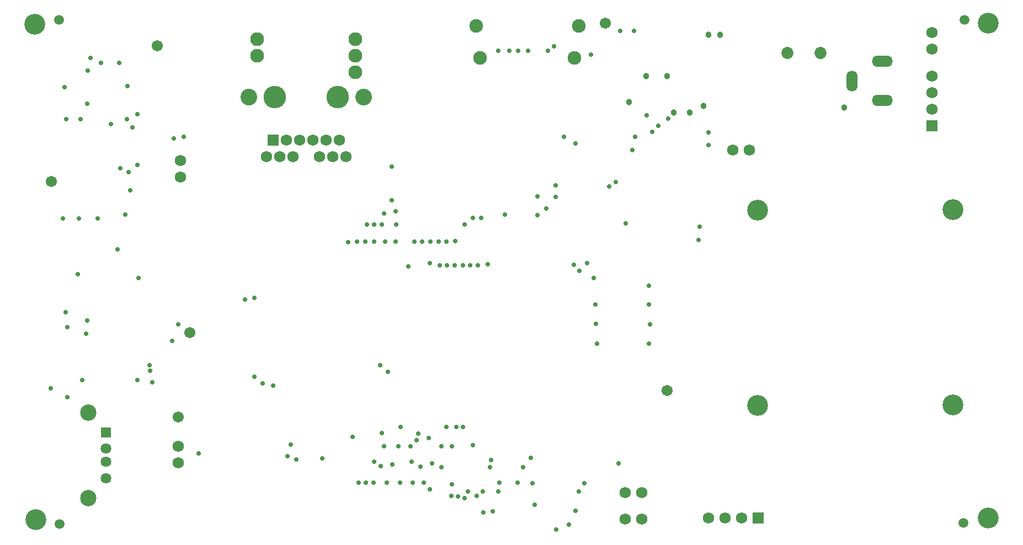
<source format=gbs>
G04*
G04 #@! TF.GenerationSoftware,Altium Limited,Altium Designer,24.2.2 (26)*
G04*
G04 Layer_Color=16711935*
%FSLAX44Y44*%
%MOMM*%
G71*
G04*
G04 #@! TF.SameCoordinates,645CA30E-D4FA-4833-928D-5676ED25105E*
G04*
G04*
G04 #@! TF.FilePolarity,Negative*
G04*
G01*
G75*
%ADD49O,3.2192X1.7112*%
%ADD50O,1.7112X3.2192*%
%ADD51C,1.7272*%
%ADD52R,1.7272X1.7272*%
%ADD53C,3.4544*%
%ADD54C,2.1082*%
%ADD55C,2.5654*%
%ADD56C,2.0950*%
%ADD57C,1.7032*%
%ADD58C,1.8532*%
%ADD59C,1.6312*%
%ADD60R,1.7272X1.7272*%
%ADD61C,2.5032*%
%ADD62R,1.6312X1.6312*%
%ADD63C,0.7112*%
%ADD64C,3.2032*%
%ADD65C,0.9652*%
%ADD66C,1.5000*%
%ADD67C,3.2032*%
D49*
X1323340Y666440D02*
D03*
Y726440D02*
D03*
D50*
X1276340Y696440D02*
D03*
D51*
X1056640Y25400D02*
D03*
X1082040D02*
D03*
X1107440D02*
D03*
X928370Y64770D02*
D03*
X953770D02*
D03*
X928370Y24130D02*
D03*
X953770D02*
D03*
X489966Y605790D02*
D03*
X500126Y580390D02*
D03*
X378206D02*
D03*
X418846D02*
D03*
X398526D02*
D03*
X429006Y605790D02*
D03*
X408686D02*
D03*
X469646D02*
D03*
X449326D02*
D03*
X479806Y580390D02*
D03*
X459486D02*
D03*
X242570Y110490D02*
D03*
Y135890D02*
D03*
X1399540Y652780D02*
D03*
Y678180D02*
D03*
Y703580D02*
D03*
Y770890D02*
D03*
Y745490D02*
D03*
X1093470Y590550D02*
D03*
X1118870D02*
D03*
X246380Y574040D02*
D03*
Y548640D02*
D03*
D52*
X1132840Y25400D02*
D03*
X388366Y605790D02*
D03*
D53*
X390906Y671830D02*
D03*
X487426D02*
D03*
D54*
X363982Y735330D02*
D03*
Y760730D02*
D03*
X514350Y709930D02*
D03*
Y735330D02*
D03*
Y760730D02*
D03*
D55*
X351282Y671830D02*
D03*
X527050D02*
D03*
D56*
X851250Y731550D02*
D03*
X706250D02*
D03*
X857250Y781050D02*
D03*
X700250D02*
D03*
D57*
X897890Y784860D02*
D03*
X993140Y220980D02*
D03*
X242570Y180340D02*
D03*
X48260Y542290D02*
D03*
X210820Y750570D02*
D03*
X260350Y309880D02*
D03*
D58*
X1228090Y739140D02*
D03*
X1177290D02*
D03*
D59*
X132410Y111920D02*
D03*
Y131920D02*
D03*
Y86920D02*
D03*
D60*
X1399540Y627380D02*
D03*
D61*
X105310Y56220D02*
D03*
Y187620D02*
D03*
D62*
X132410Y156920D02*
D03*
D63*
X866140Y78740D02*
D03*
X842010Y15240D02*
D03*
X711200Y34290D02*
D03*
X107950Y731520D02*
D03*
X203200Y233680D02*
D03*
X552450Y260350D02*
D03*
X372110Y232410D02*
D03*
X654050Y165100D02*
D03*
X849630Y414020D02*
D03*
X786130Y78740D02*
D03*
X783590Y118110D02*
D03*
X614680Y104140D02*
D03*
X662940Y77470D02*
D03*
X619760Y80010D02*
D03*
X694690Y486410D02*
D03*
X707390D02*
D03*
X681990Y476250D02*
D03*
X668020Y450850D02*
D03*
X882650Y353060D02*
D03*
X543560Y111760D02*
D03*
X822960Y7620D02*
D03*
X979170Y627380D02*
D03*
X970280Y618490D02*
D03*
X669290Y165100D02*
D03*
X679450D02*
D03*
X627380Y148590D02*
D03*
X611356Y155426D02*
D03*
X632460Y109220D02*
D03*
X646430Y103632D02*
D03*
X600710Y111760D02*
D03*
X608330Y144780D02*
D03*
X694690Y137160D02*
D03*
X858520Y405130D02*
D03*
X883920Y323850D02*
D03*
X725170Y35560D02*
D03*
X852170Y36830D02*
D03*
X605207Y449941D02*
D03*
X857250Y66040D02*
D03*
X734060D02*
D03*
X763270Y80010D02*
D03*
X735330D02*
D03*
X880110Y393700D02*
D03*
X503942Y448997D02*
D03*
X576580Y449580D02*
D03*
X516890D02*
D03*
X529590D02*
D03*
X543560D02*
D03*
X560070D02*
D03*
X595630Y411480D02*
D03*
X628650Y416560D02*
D03*
X554990Y156210D02*
D03*
X510540Y149860D02*
D03*
X519430Y80010D02*
D03*
X388620Y228600D02*
D03*
X885190Y293370D02*
D03*
X717550Y415290D02*
D03*
X543560Y476250D02*
D03*
X628650Y69850D02*
D03*
X558800Y492760D02*
D03*
X577342Y476250D02*
D03*
X701040Y59690D02*
D03*
X709930Y66040D02*
D03*
X687070D02*
D03*
X681990Y55880D02*
D03*
X671830Y58420D02*
D03*
X661670Y59690D02*
D03*
X571500Y107950D02*
D03*
X580390Y135890D02*
D03*
X558800D02*
D03*
X722630Y114808D02*
D03*
X603038Y80222D02*
D03*
X584200Y165100D02*
D03*
X1056640Y598170D02*
D03*
X852170Y600710D02*
D03*
X744220Y491490D02*
D03*
X807720Y500380D02*
D03*
X233680Y297180D02*
D03*
X1041400Y452120D02*
D03*
X1042670Y472440D02*
D03*
X180340Y645160D02*
D03*
X939800Y590550D02*
D03*
X242570Y322580D02*
D03*
X274320Y124460D02*
D03*
X961390Y643890D02*
D03*
X345440Y360680D02*
D03*
X180340Y567690D02*
D03*
X410210Y120650D02*
D03*
X236220Y608330D02*
D03*
X965200Y382270D02*
D03*
Y353060D02*
D03*
X966470Y322580D02*
D03*
X965200Y293370D02*
D03*
X617220Y449580D02*
D03*
X629920D02*
D03*
X642620D02*
D03*
X654050D02*
D03*
X690880Y413004D02*
D03*
X702310D02*
D03*
X643890D02*
D03*
X655189D02*
D03*
X679450D02*
D03*
X666750D02*
D03*
X929640Y477520D02*
D03*
X904240Y534670D02*
D03*
X869950Y416560D02*
D03*
X576580Y496570D02*
D03*
X918210Y109220D02*
D03*
X721360Y103632D02*
D03*
X772160D02*
D03*
X793750Y519430D02*
D03*
Y490220D02*
D03*
X564642Y250190D02*
D03*
X570230Y513080D02*
D03*
X764540Y742950D02*
D03*
X168910Y528320D02*
D03*
X172720Y624840D02*
D03*
X163830Y637540D02*
D03*
X920750Y773430D02*
D03*
X942340D02*
D03*
X570230Y565150D02*
D03*
X819150Y749300D02*
D03*
X530860Y80010D02*
D03*
X582930D02*
D03*
X251460Y610870D02*
D03*
X166370Y556260D02*
D03*
X153670Y562610D02*
D03*
X553720Y105410D02*
D03*
X463550Y116840D02*
D03*
X424180Y115570D02*
D03*
X415290Y138430D02*
D03*
X810260Y742950D02*
D03*
X750570D02*
D03*
X779780D02*
D03*
X599440Y135890D02*
D03*
X102870Y661670D02*
D03*
X1056640Y617220D02*
D03*
X994410Y638810D02*
D03*
X914400Y541020D02*
D03*
X943610Y610870D02*
D03*
X876300Y736600D02*
D03*
X66040Y485140D02*
D03*
X68580Y687070D02*
D03*
X71120Y637540D02*
D03*
X88900Y400050D02*
D03*
X90170Y485140D02*
D03*
X92710Y637540D02*
D03*
X104140Y712470D02*
D03*
X119380Y485140D02*
D03*
X124460Y723900D02*
D03*
X139700Y629920D02*
D03*
X149860Y438150D02*
D03*
X152541Y723759D02*
D03*
X161290Y491490D02*
D03*
X69850Y341630D02*
D03*
X72390Y318770D02*
D03*
X101459Y308469D02*
D03*
X102870Y328930D02*
D03*
X542290Y80010D02*
D03*
X532130Y476250D02*
D03*
X554990D02*
D03*
X789940Y45720D02*
D03*
X821690Y518160D02*
D03*
Y535940D02*
D03*
X734060Y742950D02*
D03*
X834390Y610870D02*
D03*
X562610Y80010D02*
D03*
X46990Y224790D02*
D03*
X72390Y210820D02*
D03*
X95250Y237490D02*
D03*
X180340D02*
D03*
X181610Y393700D02*
D03*
X198896Y259856D02*
D03*
X199390Y251460D02*
D03*
X359410Y242570D02*
D03*
Y363220D02*
D03*
X165100Y688340D02*
D03*
X646430Y135890D02*
D03*
X662940D02*
D03*
D64*
X24130Y22860D02*
D03*
X22860Y783590D02*
D03*
X1485900Y25400D02*
D03*
Y784860D02*
D03*
D65*
X960882Y703580D02*
D03*
X1027430Y647700D02*
D03*
X1264920Y655320D02*
D03*
X1003300Y647700D02*
D03*
X1049020Y657860D02*
D03*
X934720Y664210D02*
D03*
X993140Y703580D02*
D03*
X1074420Y767080D02*
D03*
X1056640D02*
D03*
D66*
X1449070Y789940D02*
D03*
X1447800Y17780D02*
D03*
X60960Y16510D02*
D03*
X59690Y789940D02*
D03*
D67*
X1131570Y198120D02*
D03*
X1431290Y199390D02*
D03*
Y499110D02*
D03*
X1131570Y497840D02*
D03*
M02*

</source>
